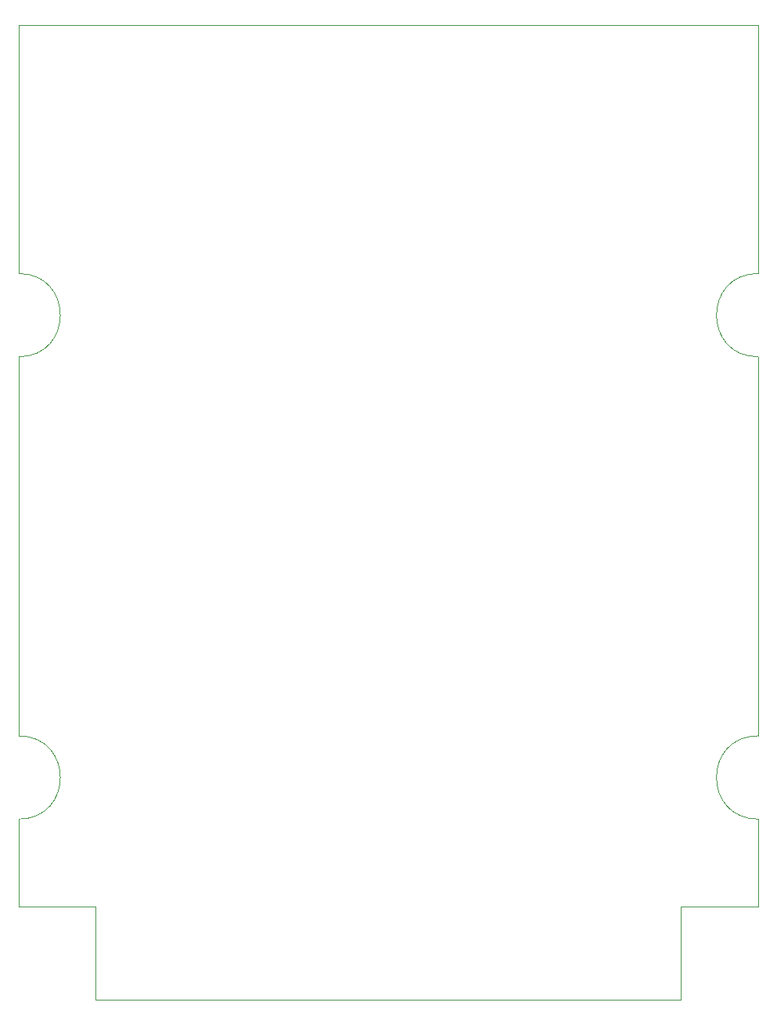
<source format=gbr>
G04 #@! TF.GenerationSoftware,KiCad,Pcbnew,8.0.2*
G04 #@! TF.CreationDate,2025-01-27T22:43:03+01:00*
G04 #@! TF.ProjectId,multicartridge-sst39sf010-topbutton,6d756c74-6963-4617-9274-72696467652d,rev?*
G04 #@! TF.SameCoordinates,Original*
G04 #@! TF.FileFunction,Profile,NP*
%FSLAX46Y46*%
G04 Gerber Fmt 4.6, Leading zero omitted, Abs format (unit mm)*
G04 Created by KiCad (PCBNEW 8.0.2) date 2025-01-27 22:43:03*
%MOMM*%
%LPD*%
G01*
G04 APERTURE LIST*
G04 #@! TA.AperFunction,Profile*
%ADD10C,0.050000*%
G04 #@! TD*
G04 APERTURE END LIST*
D10*
X43147000Y-44145000D02*
X43147000Y-38735000D01*
X123147000Y-44145000D02*
X123147000Y-38735000D01*
X123147000Y-38735000D02*
X43147000Y-38735000D01*
X43147000Y-63645000D02*
X43147000Y-59145000D01*
X43147000Y-109145000D02*
X43147000Y-113645000D01*
X43147000Y-115645000D02*
G75*
G02*
X43147000Y-124645000I0J-4500000D01*
G01*
X43147000Y-114145000D02*
X43147000Y-113645000D01*
X43147000Y-127145000D02*
X43147000Y-124645000D01*
X43147000Y-115645000D02*
X43147000Y-114145000D01*
X43147000Y-65645000D02*
G75*
G02*
X43147000Y-74645000I0J-4500000D01*
G01*
X123147000Y-127145000D02*
X123147000Y-124645000D01*
X43147000Y-109145000D02*
X43147000Y-74645000D01*
X43147000Y-65645000D02*
X43147000Y-63645000D01*
X123147000Y-134145000D02*
X123147000Y-127145000D01*
X43147000Y-44145000D02*
X43147000Y-59145000D01*
X43147000Y-134145000D02*
X43147000Y-127145000D01*
X123147000Y-74745000D02*
X123147000Y-74645000D01*
X123147000Y-115645000D02*
X123147000Y-110045000D01*
X123147000Y-100457000D02*
X123147001Y-94845000D01*
X123147001Y-83445001D02*
X123147000Y-77845000D01*
X123147000Y-63445000D02*
X123147000Y-57845000D01*
X114808000Y-134145000D02*
X115147000Y-134145000D01*
X114808000Y-144145000D02*
X51435000Y-144145000D01*
X51147000Y-134145000D02*
X51435000Y-134145000D01*
X123147000Y-74645000D02*
G75*
G02*
X123147000Y-65645000I0J4500000D01*
G01*
X51435000Y-144145000D02*
X51435000Y-134145000D01*
X123147000Y-65645000D02*
X123147000Y-63445000D01*
X123147000Y-74745000D02*
X123147000Y-77845000D01*
X51147000Y-134145000D02*
X43147000Y-134145000D01*
X123147000Y-110045000D02*
X123147000Y-100457000D01*
X114808000Y-144145000D02*
X114808000Y-134145000D01*
X123147001Y-83445001D02*
X123147001Y-94845000D01*
X123147000Y-124645000D02*
G75*
G02*
X123147000Y-115645000I0J4500000D01*
G01*
X123147000Y-56145000D02*
X123147000Y-57845000D01*
X115147000Y-134145000D02*
X123147000Y-134145000D01*
X123147000Y-44145000D02*
X123147000Y-56145000D01*
M02*

</source>
